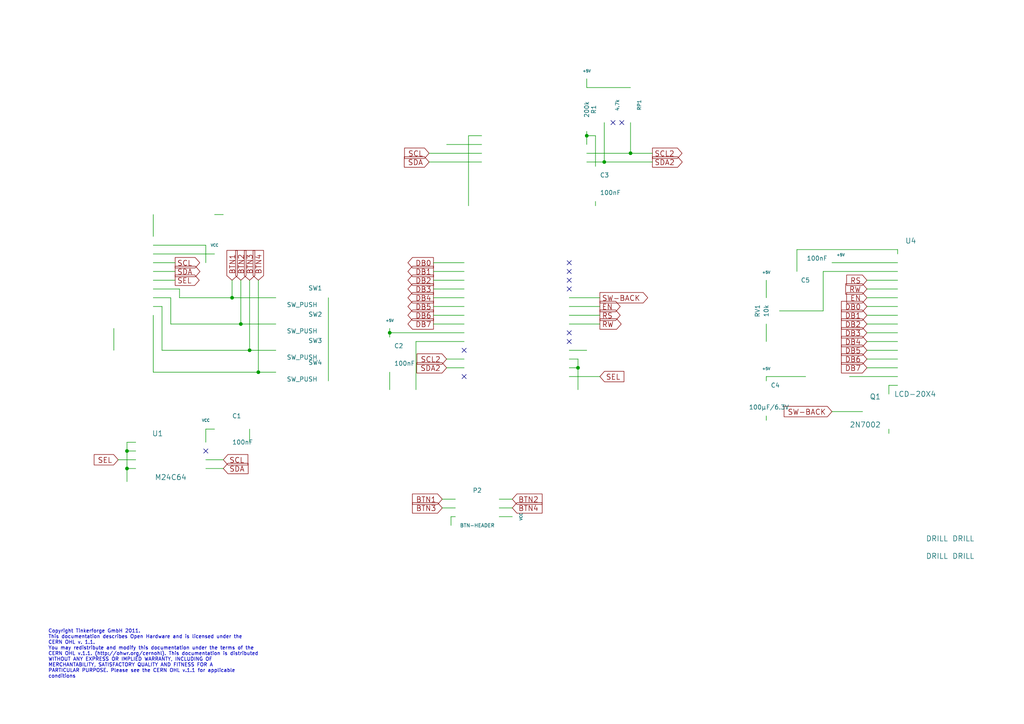
<source format=kicad_sch>
(kicad_sch (version 20230121) (generator eeschema)
  (paper "A4")
  (title_block (title "LCD 20x4 Bricklet") (date "3 sep 2012") (rev "1.1") (company "Tinkerforge GmbH") (comment 1 "Licensed under CERN OHL v.1.1") (comment 2 "Copyright (©) 2011, B.Nordmeyer <bastian@tinkerforge.com>"))
  (lib_symbols)
  (junction (at 182.88 44.45))
  (junction (at 36.83 130.81))
  (junction (at 74.93 107.95))
  (junction (at 113.03 96.52))
  (junction (at 67.31 86.36))
  (junction (at 170.18 39.37))
  (junction (at 69.85 93.98))
  (junction (at 175.26 46.99))
  (junction (at 36.83 135.89))
  (junction (at 167.64 106.68))
  (junction (at 72.39 101.6))
  (no_connect (at 165.1 78.74))
  (no_connect (at 180.34 35.56))
  (no_connect (at 59.69 130.81))
  (no_connect (at 177.8 35.56))
  (no_connect (at 134.62 109.22))
  (no_connect (at 165.1 83.82))
  (no_connect (at 165.1 96.52))
  (no_connect (at 165.1 99.06))
  (no_connect (at 165.1 76.2))
  (no_connect (at 134.62 101.6))
  (no_connect (at 165.1 81.28))
  (wire (pts (xy 36.83 135.89) (xy 36.83 130.81)))
  (wire (pts (xy 125.73 88.9) (xy 134.62 88.9)))
  (wire (pts (xy 170.18 22.86) (xy 170.18 25.4)))
  (wire (pts (xy 165.1 104.14) (xy 167.64 104.14)))
  (wire (pts (xy 231.14 72.39) (xy 260.35 72.39)))
  (wire (pts (xy 49.53 86.36) (xy 49.53 93.98)))
  (wire (pts (xy 125.73 91.44) (xy 134.62 91.44)))
  (wire (pts (xy 144.78 147.32) (xy 148.59 147.32)))
  (wire (pts (xy 251.46 96.52) (xy 260.35 96.52)))
  (wire (pts (xy 251.46 83.82) (xy 260.35 83.82)))
  (wire (pts (xy 172.72 39.37) (xy 170.18 39.37)))
  (wire (pts (xy 113.03 96.52) (xy 134.62 96.52)))
  (wire (pts (xy 144.78 144.78) (xy 148.59 144.78)))
  (wire (pts (xy 251.46 88.9) (xy 260.35 88.9)))
  (wire (pts (xy 167.64 106.68) (xy 167.64 113.03)))
  (wire (pts (xy 251.46 91.44) (xy 260.35 91.44)))
  (wire (pts (xy 124.46 44.45) (xy 139.7 44.45)))
  (wire (pts (xy 72.39 101.6) (xy 46.99 101.6)))
  (wire (pts (xy 59.69 71.12) (xy 59.69 76.2)))
  (wire (pts (xy 44.45 107.95) (xy 44.45 91.44)))
  (wire (pts (xy 257.81 125.73) (xy 257.81 124.46)))
  (wire (pts (xy 129.54 104.14) (xy 134.62 104.14)))
  (wire (pts (xy 44.45 73.66) (xy 62.23 73.66)))
  (wire (pts (xy 231.14 72.39) (xy 231.14 78.74)))
  (wire (pts (xy 74.93 107.95) (xy 44.45 107.95)))
  (wire (pts (xy 165.1 109.22) (xy 173.99 109.22)))
  (wire (pts (xy 69.85 81.28) (xy 69.85 93.98)))
  (wire (pts (xy 165.1 86.36) (xy 173.99 86.36)))
  (wire (pts (xy 165.1 91.44) (xy 173.99 91.44)))
  (wire (pts (xy 260.35 111.76) (xy 257.81 111.76)))
  (wire (pts (xy 36.83 128.27) (xy 39.37 128.27)))
  (wire (pts (xy 175.26 35.56) (xy 175.26 46.99)))
  (wire (pts (xy 36.83 130.81) (xy 36.83 128.27)))
  (wire (pts (xy 233.68 109.22) (xy 222.25 109.22)))
  (wire (pts (xy 222.25 109.22) (xy 222.25 110.49)))
  (wire (pts (xy 241.3 119.38) (xy 250.19 119.38)))
  (wire (pts (xy 251.46 101.6) (xy 260.35 101.6)))
  (wire (pts (xy 241.3 76.2) (xy 260.35 76.2)))
  (wire (pts (xy 222.25 81.28) (xy 222.25 86.36)))
  (wire (pts (xy 167.64 104.14) (xy 167.64 106.68)))
  (wire (pts (xy 182.88 44.45) (xy 170.18 44.45)))
  (wire (pts (xy 135.89 59.69) (xy 135.89 39.37)))
  (wire (pts (xy 257.81 111.76) (xy 257.81 114.3)))
  (wire (pts (xy 36.83 135.89) (xy 39.37 135.89)))
  (wire (pts (xy 251.46 81.28) (xy 260.35 81.28)))
  (wire (pts (xy 170.18 25.4) (xy 182.88 25.4)))
  (wire (pts (xy 44.45 81.28) (xy 50.8 81.28)))
  (wire (pts (xy 222.25 93.98) (xy 222.25 99.06)))
  (wire (pts (xy 165.1 101.6) (xy 170.18 101.6)))
  (wire (pts (xy 74.93 81.28) (xy 74.93 107.95)))
  (wire (pts (xy 59.69 124.46) (xy 59.69 128.27)))
  (wire (pts (xy 67.31 86.36) (xy 52.07 86.36)))
  (wire (pts (xy 129.54 41.91) (xy 139.7 41.91)))
  (wire (pts (xy 44.45 86.36) (xy 49.53 86.36)))
  (wire (pts (xy 80.01 107.95) (xy 74.93 107.95)))
  (wire (pts (xy 135.89 39.37) (xy 139.7 39.37)))
  (wire (pts (xy 125.73 78.74) (xy 134.62 78.74)))
  (wire (pts (xy 246.38 109.22) (xy 260.35 109.22)))
  (wire (pts (xy 113.03 95.25) (xy 113.03 96.52)))
  (wire (pts (xy 170.18 39.37) (xy 170.18 41.91)))
  (wire (pts (xy 165.1 88.9) (xy 173.99 88.9)))
  (wire (pts (xy 36.83 139.7) (xy 36.83 135.89)))
  (wire (pts (xy 260.35 73.66) (xy 260.35 72.39)))
  (wire (pts (xy 182.88 35.56) (xy 182.88 44.45)))
  (wire (pts (xy 175.26 46.99) (xy 189.23 46.99)))
  (wire (pts (xy 72.39 81.28) (xy 72.39 101.6)))
  (wire (pts (xy 134.62 99.06) (xy 120.65 99.06)))
  (wire (pts (xy 172.72 59.69) (xy 172.72 58.42)))
  (wire (pts (xy 113.03 96.52) (xy 113.03 97.79)))
  (wire (pts (xy 62.23 62.23) (xy 64.77 62.23)))
  (wire (pts (xy 172.72 48.26) (xy 172.72 39.37)))
  (wire (pts (xy 59.69 133.35) (xy 64.77 133.35)))
  (wire (pts (xy 59.69 135.89) (xy 64.77 135.89)))
  (wire (pts (xy 125.73 83.82) (xy 134.62 83.82)))
  (wire (pts (xy 44.45 78.74) (xy 50.8 78.74)))
  (wire (pts (xy 132.08 147.32) (xy 128.27 147.32)))
  (wire (pts (xy 238.76 78.74) (xy 238.76 90.17)))
  (wire (pts (xy 67.31 81.28) (xy 67.31 86.36)))
  (wire (pts (xy 251.46 106.68) (xy 260.35 106.68)))
  (wire (pts (xy 46.99 88.9) (xy 44.45 88.9)))
  (wire (pts (xy 52.07 83.82) (xy 44.45 83.82)))
  (wire (pts (xy 33.02 101.6) (xy 33.02 95.25)))
  (wire (pts (xy 170.18 46.99) (xy 175.26 46.99)))
  (wire (pts (xy 238.76 90.17) (xy 226.06 90.17)))
  (wire (pts (xy 46.99 101.6) (xy 46.99 88.9)))
  (wire (pts (xy 125.73 93.98) (xy 134.62 93.98)))
  (wire (pts (xy 72.39 128.27) (xy 72.39 124.46)))
  (wire (pts (xy 125.73 81.28) (xy 134.62 81.28)))
  (wire (pts (xy 80.01 86.36) (xy 67.31 86.36)))
  (wire (pts (xy 36.83 130.81) (xy 39.37 130.81)))
  (wire (pts (xy 251.46 104.14) (xy 260.35 104.14)))
  (wire (pts (xy 129.54 106.68) (xy 134.62 106.68)))
  (wire (pts (xy 52.07 86.36) (xy 52.07 83.82)))
  (wire (pts (xy 49.53 93.98) (xy 69.85 93.98)))
  (wire (pts (xy 125.73 86.36) (xy 134.62 86.36)))
  (wire (pts (xy 170.18 38.1) (xy 170.18 39.37)))
  (wire (pts (xy 130.81 149.86) (xy 130.81 152.4)))
  (wire (pts (xy 44.45 71.12) (xy 59.69 71.12)))
  (wire (pts (xy 39.37 133.35) (xy 34.29 133.35)))
  (wire (pts (xy 144.78 149.86) (xy 148.59 149.86)))
  (wire (pts (xy 251.46 99.06) (xy 260.35 99.06)))
  (wire (pts (xy 120.65 99.06) (xy 120.65 113.03)))
  (wire (pts (xy 132.08 144.78) (xy 128.27 144.78)))
  (wire (pts (xy 251.46 93.98) (xy 260.35 93.98)))
  (wire (pts (xy 62.23 124.46) (xy 59.69 124.46)))
  (wire (pts (xy 113.03 113.03) (xy 113.03 107.95)))
  (wire (pts (xy 189.23 44.45) (xy 182.88 44.45)))
  (wire (pts (xy 238.76 78.74) (xy 260.35 78.74)))
  (wire (pts (xy 44.45 76.2) (xy 50.8 76.2)))
  (wire (pts (xy 251.46 86.36) (xy 260.35 86.36)))
  (wire (pts (xy 165.1 93.98) (xy 173.99 93.98)))
  (wire (pts (xy 139.7 46.99) (xy 124.46 46.99)))
  (wire (pts (xy 165.1 106.68) (xy 167.64 106.68)))
  (wire (pts (xy 69.85 93.98) (xy 80.01 93.98)))
  (wire (pts (xy 80.01 101.6) (xy 72.39 101.6)))
  (wire (pts (xy 222.25 121.92) (xy 222.25 120.65)))
  (wire (pts (xy 44.45 68.58) (xy 44.45 62.23)))
  (wire (pts (xy 125.73 76.2) (xy 134.62 76.2)))
  (wire (pts (xy 132.08 149.86) (xy 130.81 149.86)))
  (wire (pts (xy 95.25 86.36) (xy 95.25 110.49)))
  (text "Copyright Tinkerforge GmbH 2011.\nThis documentation describes Open Hardware and is licensed under the\nCERN OHL v. 1.1.\nYou may redistribute and modify this documentation under the terms of the\nCERN OHL v.1.1. (http://ohwr.org/cernohl). This documentation is distributed\nWITHOUT ANY EXPRESS OR IMPLIED WARRANTY, INCLUDING OF\nMERCHANTABILITY, SATISFACTORY QUALITY AND FITNESS FOR A\nPARTICULAR PURPOSE. Please see the CERN OHL v.1.1 for applicable\nconditions\n" (at 13.97 196.85 0) (effects (font (size 1.016 1.016)) (justify left bottom)))
  (global_label "SEL" (shape output) (at 50.8 81.28 0) (effects (font (size 1.524 1.524))) (property "Intersheetrefs" "${INTERSHEET_REFS}" (effects hide)))
  (global_label "BTN4" (shape input) (at 148.59 147.32 0) (effects (font (size 1.524 1.524))) (property "Intersheetrefs" "${INTERSHEET_REFS}" (effects hide)))
  (global_label "DB4" (shape input) (at 251.46 99.06 180) (effects (font (size 1.524 1.524))) (property "Intersheetrefs" "${INTERSHEET_REFS}" (effects hide)))
  (global_label "DB6" (shape input) (at 251.46 104.14 180) (effects (font (size 1.524 1.524))) (property "Intersheetrefs" "${INTERSHEET_REFS}" (effects hide)))
  (global_label "DB5" (shape output) (at 125.73 88.9 180) (effects (font (size 1.524 1.524))) (property "Intersheetrefs" "${INTERSHEET_REFS}" (effects hide)))
  (global_label "DB7" (shape output) (at 125.73 93.98 180) (effects (font (size 1.524 1.524))) (property "Intersheetrefs" "${INTERSHEET_REFS}" (effects hide)))
  (global_label "BTN2" (shape input) (at 69.85 81.28 90) (effects (font (size 1.524 1.524))) (property "Intersheetrefs" "${INTERSHEET_REFS}" (effects hide)))
  (global_label "SCL" (shape input) (at 64.77 133.35 0) (effects (font (size 1.524 1.524))) (property "Intersheetrefs" "${INTERSHEET_REFS}" (effects hide)))
  (global_label "BTN3" (shape input) (at 72.39 81.28 90) (effects (font (size 1.524 1.524))) (property "Intersheetrefs" "${INTERSHEET_REFS}" (effects hide)))
  (global_label "BTN1" (shape input) (at 128.27 144.78 180) (effects (font (size 1.524 1.524))) (property "Intersheetrefs" "${INTERSHEET_REFS}" (effects hide)))
  (global_label "DB5" (shape input) (at 251.46 101.6 180) (effects (font (size 1.524 1.524))) (property "Intersheetrefs" "${INTERSHEET_REFS}" (effects hide)))
  (global_label "SDA" (shape output) (at 50.8 78.74 0) (effects (font (size 1.524 1.524))) (property "Intersheetrefs" "${INTERSHEET_REFS}" (effects hide)))
  (global_label "SEL" (shape input) (at 34.29 133.35 180) (effects (font (size 1.524 1.524))) (property "Intersheetrefs" "${INTERSHEET_REFS}" (effects hide)))
  (global_label "DB2" (shape input) (at 251.46 93.98 180) (effects (font (size 1.524 1.524))) (property "Intersheetrefs" "${INTERSHEET_REFS}" (effects hide)))
  (global_label "EN" (shape input) (at 251.46 86.36 180) (effects (font (size 1.524 1.524))) (property "Intersheetrefs" "${INTERSHEET_REFS}" (effects hide)))
  (global_label "DB7" (shape input) (at 251.46 106.68 180) (effects (font (size 1.524 1.524))) (property "Intersheetrefs" "${INTERSHEET_REFS}" (effects hide)))
  (global_label "DB0" (shape output) (at 125.73 76.2 180) (effects (font (size 1.524 1.524))) (property "Intersheetrefs" "${INTERSHEET_REFS}" (effects hide)))
  (global_label "BTN4" (shape input) (at 74.93 81.28 90) (effects (font (size 1.524 1.524))) (property "Intersheetrefs" "${INTERSHEET_REFS}" (effects hide)))
  (global_label "DB3" (shape output) (at 125.73 83.82 180) (effects (font (size 1.524 1.524))) (property "Intersheetrefs" "${INTERSHEET_REFS}" (effects hide)))
  (global_label "BTN3" (shape input) (at 128.27 147.32 180) (effects (font (size 1.524 1.524))) (property "Intersheetrefs" "${INTERSHEET_REFS}" (effects hide)))
  (global_label "SW-BACK" (shape output) (at 173.99 86.36 0) (effects (font (size 1.524 1.524))) (property "Intersheetrefs" "${INTERSHEET_REFS}" (effects hide)))
  (global_label "RW" (shape output) (at 173.99 93.98 0) (effects (font (size 1.524 1.524))) (property "Intersheetrefs" "${INTERSHEET_REFS}" (effects hide)))
  (global_label "DB0" (shape input) (at 251.46 88.9 180) (effects (font (size 1.524 1.524))) (property "Intersheetrefs" "${INTERSHEET_REFS}" (effects hide)))
  (global_label "SDA" (shape input) (at 124.46 46.99 180) (effects (font (size 1.524 1.524))) (property "Intersheetrefs" "${INTERSHEET_REFS}" (effects hide)))
  (global_label "DB6" (shape output) (at 125.73 91.44 180) (effects (font (size 1.524 1.524))) (property "Intersheetrefs" "${INTERSHEET_REFS}" (effects hide)))
  (global_label "RW" (shape input) (at 251.46 83.82 180) (effects (font (size 1.524 1.524))) (property "Intersheetrefs" "${INTERSHEET_REFS}" (effects hide)))
  (global_label "SEL" (shape input) (at 173.99 109.22 0) (effects (font (size 1.524 1.524))) (property "Intersheetrefs" "${INTERSHEET_REFS}" (effects hide)))
  (global_label "DB4" (shape output) (at 125.73 86.36 180) (effects (font (size 1.524 1.524))) (property "Intersheetrefs" "${INTERSHEET_REFS}" (effects hide)))
  (global_label "DB3" (shape input) (at 251.46 96.52 180) (effects (font (size 1.524 1.524))) (property "Intersheetrefs" "${INTERSHEET_REFS}" (effects hide)))
  (global_label "SDA2" (shape input) (at 129.54 106.68 180) (effects (font (size 1.524 1.524))) (property "Intersheetrefs" "${INTERSHEET_REFS}" (effects hide)))
  (global_label "DB1" (shape input) (at 251.46 91.44 180) (effects (font (size 1.524 1.524))) (property "Intersheetrefs" "${INTERSHEET_REFS}" (effects hide)))
  (global_label "DB1" (shape output) (at 125.73 78.74 180) (effects (font (size 1.524 1.524))) (property "Intersheetrefs" "${INTERSHEET_REFS}" (effects hide)))
  (global_label "SW-BACK" (shape input) (at 241.3 119.38 180) (effects (font (size 1.524 1.524))) (property "Intersheetrefs" "${INTERSHEET_REFS}" (effects hide)))
  (global_label "RS" (shape input) (at 251.46 81.28 180) (effects (font (size 1.524 1.524))) (property "Intersheetrefs" "${INTERSHEET_REFS}" (effects hide)))
  (global_label "DB2" (shape output) (at 125.73 81.28 180) (effects (font (size 1.524 1.524))) (property "Intersheetrefs" "${INTERSHEET_REFS}" (effects hide)))
  (global_label "EN" (shape output) (at 173.99 88.9 0) (effects (font (size 1.524 1.524))) (property "Intersheetrefs" "${INTERSHEET_REFS}" (effects hide)))
  (global_label "SCL2" (shape input) (at 129.54 104.14 180) (effects (font (size 1.524 1.524))) (property "Intersheetrefs" "${INTERSHEET_REFS}" (effects hide)))
  (global_label "SCL" (shape input) (at 124.46 44.45 180) (effects (font (size 1.524 1.524))) (property "Intersheetrefs" "${INTERSHEET_REFS}" (effects hide)))
  (global_label "SDA2" (shape output) (at 189.23 46.99 0) (effects (font (size 1.524 1.524))) (property "Intersheetrefs" "${INTERSHEET_REFS}" (effects hide)))
  (global_label "SCL" (shape output) (at 50.8 76.2 0) (effects (font (size 1.524 1.524))) (property "Intersheetrefs" "${INTERSHEET_REFS}" (effects hide)))
  (global_label "BTN2" (shape input) (at 148.59 144.78 0) (effects (font (size 1.524 1.524))) (property "Intersheetrefs" "${INTERSHEET_REFS}" (effects hide)))
  (global_label "SDA" (shape input) (at 64.77 135.89 0) (effects (font (size 1.524 1.524))) (property "Intersheetrefs" "${INTERSHEET_REFS}" (effects hide)))
  (global_label "RS" (shape output) (at 173.99 91.44 0) (effects (font (size 1.524 1.524))) (property "Intersheetrefs" "${INTERSHEET_REFS}" (effects hide)))
  (global_label "BTN1" (shape input) (at 67.31 81.28 90) (effects (font (size 1.524 1.524))) (property "Intersheetrefs" "${INTERSHEET_REFS}" (effects hide)))
  (global_label "SCL2" (shape output) (at 189.23 44.45 0) (effects (font (size 1.524 1.524))) (property "Intersheetrefs" "${INTERSHEET_REFS}" (effects hide)))
  (symbol (lib_id "LCD-20X4") (at 264.16 92.71 0) (unit 1)
    (property "Reference" "U4" (at 264.16 69.85 0) (effects (font (size 1.524 1.524))))
    (property "Value" "LCD-20X4" (at 265.43 114.3 0) (effects (font (size 1.524 1.524))))
    (property "Footprint" "LCD-20x4" (effects hide))
  )
  (symbol (lib_id "CON-SENSOR") (at 33.02 80.01 0) (mirror y) (unit 1)
    (property "Reference" "P1" (at 39.37 66.04 0) (effects (font (size 1.524 1.524))))
    (property "Value" "CON-SENSOR" (at 27.94 80.01 90) (effects (font (size 1.524 1.524))))
    (property "Footprint" "CON-SENSOR" (effects hide))
  )
  (symbol (lib_id "CP1") (at 222.25 115.57 0) (unit 1)
    (property "Reference" "C4" (at 223.52 111.76 0) (effects (justify left)))
    (property "Value" "100µF/6.3V" (at 217.17 118.11 0) (effects (justify left)))
    (property "Footprint" "3528-21" (effects hide))
  )
  (symbol (lib_id "GND") (at 33.02 101.6 0) (unit 1)
    (property "Reference" "#PWR026" (effects hide))
    (property "Value" "GND" (effects hide))
  )
  (symbol (lib_id "MCP23017") (at 149.86 92.71 0) (unit 1)
    (property "Reference" "U2" (at 144.78 72.39 0) (effects (font (size 1.524 1.524))))
    (property "Value" "MCP23017" (at 149.86 113.03 0) (effects (font (size 1.524 1.524))))
    (property "Footprint" "SOIC28" (effects hide))
  )
  (symbol (lib_id "DRILL") (at 279.4 161.29 0) (unit 1)
    (property "Reference" "U8" (effects hide))
    (property "Value" "DRILL" (at 279.4 161.29 0) (effects (font (size 1.524 1.524))))
    (property "Footprint" "DRILL_NP" (effects hide))
  )
  (symbol (lib_id "DRILL") (at 279.4 156.21 0) (unit 1)
    (property "Reference" "U7" (effects hide))
    (property "Value" "DRILL" (at 279.4 156.21 0) (effects (font (size 1.524 1.524))))
    (property "Footprint" "DRILL_NP" (effects hide))
  )
  (symbol (lib_id "DRILL") (at 271.78 156.21 0) (unit 1)
    (property "Reference" "U5" (effects hide))
    (property "Value" "DRILL" (at 271.78 156.21 0) (effects (font (size 1.524 1.524))))
    (property "Footprint" "DRILL_NP" (effects hide))
  )
  (symbol (lib_id "DRILL") (at 271.78 161.29 0) (unit 1)
    (property "Reference" "U6" (effects hide))
    (property "Value" "DRILL" (at 271.78 161.29 0) (effects (font (size 1.524 1.524))))
    (property "Footprint" "DRILL_NP" (effects hide))
  )
  (symbol (lib_id "CAT24C") (at 49.53 138.43 0) (unit 1)
    (property "Reference" "U1" (at 45.72 125.73 0) (effects (font (size 1.524 1.524))))
    (property "Value" "M24C64" (at 49.53 138.43 0) (effects (font (size 1.524 1.524))))
    (property "Footprint" "SOIC8" (effects hide))
  )
  (symbol (lib_id "C") (at 67.31 124.46 270) (unit 1)
    (property "Reference" "C1" (at 67.31 120.65 90) (effects (justify left)))
    (property "Value" "100nF" (at 67.31 128.27 90) (effects (justify left)))
    (property "Footprint" "C0603" (effects hide))
  )
  (symbol (lib_id "FILTER") (at 53.34 62.23 0) (unit 1)
    (property "Reference" "FB1" (at 53.34 58.42 0) (effects (font (size 1.524 1.524))))
    (property "Value" "FB" (at 53.34 64.77 0) (effects (font (size 1.524 1.524))))
    (property "Footprint" "C0603" (effects hide))
  )
  (symbol (lib_id "VCC") (at 62.23 73.66 0) (unit 1)
    (property "Reference" "#PWR025" (effects hide))
    (property "Value" "VCC" (at 62.23 71.12 0) (effects (font (size 0.762 0.762))))
  )
  (symbol (lib_id "+5V") (at 64.77 62.23 0) (unit 1)
    (property "Reference" "#PWR024" (effects hide))
    (property "Value" "+5V" (at 64.77 59.944 0) (effects (font (size 0.762 0.762))))
  )
  (symbol (lib_id "VCC") (at 59.69 124.46 0) (unit 1)
    (property "Reference" "#PWR023" (effects hide))
    (property "Value" "VCC" (at 59.69 121.92 0) (effects (font (size 0.762 0.762))))
  )
  (symbol (lib_id "GND") (at 72.39 128.27 0) (unit 1)
    (property "Reference" "#PWR022" (effects hide))
    (property "Value" "GND" (effects hide))
  )
  (symbol (lib_id "GND") (at 36.83 139.7 0) (unit 1)
    (property "Reference" "#PWR021" (effects hide))
    (property "Value" "GND" (effects hide))
  )
  (symbol (lib_id "GND") (at 59.69 76.2 0) (unit 1)
    (property "Reference" "#PWR020" (effects hide))
    (property "Value" "GND" (effects hide))
  )
  (symbol (lib_id "GND") (at 222.25 121.92 0) (unit 1)
    (property "Reference" "#PWR019" (effects hide))
    (property "Value" "GND" (effects hide))
  )
  (symbol (lib_id "GND") (at 167.64 113.03 0) (unit 1)
    (property "Reference" "#PWR018" (effects hide))
    (property "Value" "GND" (effects hide))
  )
  (symbol (lib_id "C") (at 236.22 76.2 90) (unit 1)
    (property "Reference" "C5" (at 234.95 81.28 90) (effects (justify left)))
    (property "Value" "100nF" (at 240.03 74.93 90) (effects (justify left)))
    (property "Footprint" "C0603" (effects hide))
  )
  (symbol (lib_id "GND") (at 231.14 78.74 0) (unit 1)
    (property "Reference" "#PWR017" (effects hide))
    (property "Value" "GND" (effects hide))
  )
  (symbol (lib_id "GND") (at 222.25 99.06 0) (unit 1)
    (property "Reference" "#PWR016" (effects hide))
    (property "Value" "GND" (effects hide))
  )
  (symbol (lib_id "C") (at 113.03 102.87 0) (unit 1)
    (property "Reference" "C2" (at 114.3 100.33 0) (effects (justify left)))
    (property "Value" "100nF" (at 114.3 105.41 0) (effects (justify left)))
    (property "Footprint" "C0603" (effects hide))
  )
  (symbol (lib_id "GND") (at 113.03 113.03 0) (unit 1)
    (property "Reference" "#PWR015" (effects hide))
    (property "Value" "GND" (effects hide))
  )
  (symbol (lib_id "GND") (at 120.65 113.03 0) (unit 1)
    (property "Reference" "#PWR014" (effects hide))
    (property "Value" "GND" (effects hide))
  )
  (symbol (lib_id "GND") (at 257.81 125.73 0) (unit 1)
    (property "Reference" "#PWR013" (effects hide))
    (property "Value" "GND" (effects hide))
  )
  (symbol (lib_id "+5V") (at 222.25 109.22 0) (unit 1)
    (property "Reference" "#PWR012" (effects hide))
    (property "Value" "+5V" (at 222.25 106.934 0) (effects (font (size 0.762 0.762))))
  )
  (symbol (lib_id "R") (at 240.03 109.22 270) (unit 1)
    (property "Reference" "R2" (at 240.03 106.68 90))
    (property "Value" "10" (at 240.03 109.22 90))
    (property "Footprint" "R0603" (effects hide))
  )
  (symbol (lib_id "SW_PUSH") (at 87.63 93.98 0) (unit 1)
    (property "Reference" "SW2" (at 91.44 91.186 0))
    (property "Value" "SW_PUSH" (at 87.63 96.012 0))
    (property "Footprint" "TACT-SWITCH" (effects hide))
  )
  (symbol (lib_id "SW_PUSH") (at 87.63 101.6 0) (unit 1)
    (property "Reference" "SW3" (at 91.44 98.806 0))
    (property "Value" "SW_PUSH" (at 87.63 103.632 0))
    (property "Footprint" "TACT-SWITCH" (effects hide))
  )
  (symbol (lib_id "GND") (at 95.25 110.49 0) (unit 1)
    (property "Reference" "#PWR011" (effects hide))
    (property "Value" "GND" (effects hide))
  )
  (symbol (lib_id "SW_PUSH") (at 87.63 86.36 0) (unit 1)
    (property "Reference" "SW1" (at 91.44 83.566 0))
    (property "Value" "SW_PUSH" (at 87.63 88.392 0))
    (property "Footprint" "TACT-SWITCH" (effects hide))
  )
  (symbol (lib_id "MOSFET_N_CH") (at 255.27 119.38 0) (unit 1)
    (property "Reference" "Q1" (at 255.524 115.062 0) (effects (font (size 1.524 1.524)) (justify right)))
    (property "Value" "2N7002" (at 255.524 123.19 0) (effects (font (size 1.524 1.524)) (justify right)))
    (property "Footprint" "SOT23GDS" (effects hide))
  )
  (symbol (lib_id "POT") (at 222.25 90.17 270) (unit 1)
    (property "Reference" "RV1" (at 219.71 90.17 0))
    (property "Value" "10k" (at 222.25 90.17 0))
    (property "Footprint" "POT_36W" (effects hide))
  )
  (symbol (lib_id "PCA9306") (at 154.94 43.18 0) (unit 1)
    (property "Reference" "U3" (at 148.59 36.83 0) (effects (font (size 1.524 1.524))))
    (property "Value" "PCA9306D" (at 154.94 49.53 0) (effects (font (size 1.524 1.524))))
    (property "Footprint" "SOIC8" (effects hide))
  )
  (symbol (lib_id "R_PACK4") (at 173.99 30.48 270) (unit 1)
    (property "Reference" "RP1" (at 185.42 30.48 0) (effects (font (size 1.016 1.016))))
    (property "Value" "4.7k" (at 179.07 30.48 0) (effects (font (size 1.016 1.016))))
    (property "Footprint" "0603X4" (effects hide))
  )
  (symbol (lib_id "R") (at 170.18 31.75 0) (unit 1)
    (property "Reference" "R1" (at 172.212 31.75 90))
    (property "Value" "200k" (at 170.18 31.75 90))
    (property "Footprint" "R0603" (effects hide))
  )
  (symbol (lib_id "C") (at 172.72 53.34 0) (unit 1)
    (property "Reference" "C3" (at 173.99 50.8 0) (effects (justify left)))
    (property "Value" "100nF" (at 173.99 55.88 0) (effects (justify left)))
    (property "Footprint" "C0603" (effects hide))
  )
  (symbol (lib_id "VCC") (at 129.54 41.91 0) (unit 1)
    (property "Reference" "#PWR010" (effects hide))
    (property "Value" "VCC" (at 129.54 39.37 0) (effects (font (size 0.762 0.762))))
  )
  (symbol (lib_id "+5V") (at 170.18 22.86 0) (unit 1)
    (property "Reference" "#PWR09" (effects hide))
    (property "Value" "+5V" (at 170.18 20.574 0) (effects (font (size 0.762 0.762))))
  )
  (symbol (lib_id "GND") (at 172.72 59.69 0) (unit 1)
    (property "Reference" "#PWR08" (effects hide))
    (property "Value" "GND" (effects hide))
  )
  (symbol (lib_id "GND") (at 135.89 59.69 0) (unit 1)
    (property "Reference" "#PWR07" (effects hide))
    (property "Value" "GND" (effects hide))
  )
  (symbol (lib_id "+5V") (at 113.03 95.25 0) (unit 1)
    (property "Reference" "#PWR06" (effects hide))
    (property "Value" "+5V" (at 113.03 92.964 0) (effects (font (size 0.762 0.762))))
  )
  (symbol (lib_id "+5V") (at 243.84 76.2 0) (unit 1)
    (property "Reference" "#PWR05" (effects hide))
    (property "Value" "+5V" (at 243.84 73.914 0) (effects (font (size 0.762 0.762))))
  )
  (symbol (lib_id "+5V") (at 222.25 81.28 0) (unit 1)
    (property "Reference" "#PWR04" (effects hide))
    (property "Value" "+5V" (at 222.25 78.994 0) (effects (font (size 0.762 0.762))))
  )
  (symbol (lib_id "+5V") (at 170.18 101.6 0) (unit 1)
    (property "Reference" "#PWR03" (effects hide))
    (property "Value" "+5V" (at 170.18 99.314 0) (effects (font (size 0.762 0.762))))
  )
  (symbol (lib_id "SW_PUSH") (at 87.63 107.95 0) (unit 1)
    (property "Reference" "SW4" (at 91.44 105.156 0))
    (property "Value" "SW_PUSH" (at 87.63 109.982 0))
    (property "Footprint" "TACT-SWITCH" (effects hide))
  )
  (symbol (lib_id "CONN_02X03") (at 138.43 147.32 0) (unit 1)
    (property "Reference" "P2" (at 138.43 142.24 0))
    (property "Value" "BTN-HEADER" (at 138.43 152.4 0) (effects (font (size 1.016 1.016))))
    (property "Footprint" "pin_array_3x2" (effects hide))
  )
  (symbol (lib_id "GND") (at 130.81 152.4 0) (unit 1)
    (property "Reference" "#PWR02" (effects hide))
    (property "Value" "GND" (effects hide))
  )
  (symbol (lib_id "VCC") (at 148.59 149.86 270) (unit 1)
    (property "Reference" "#PWR01" (effects hide))
    (property "Value" "VCC" (at 151.13 149.86 0) (effects (font (size 0.762 0.762))))
  )
)
</source>
